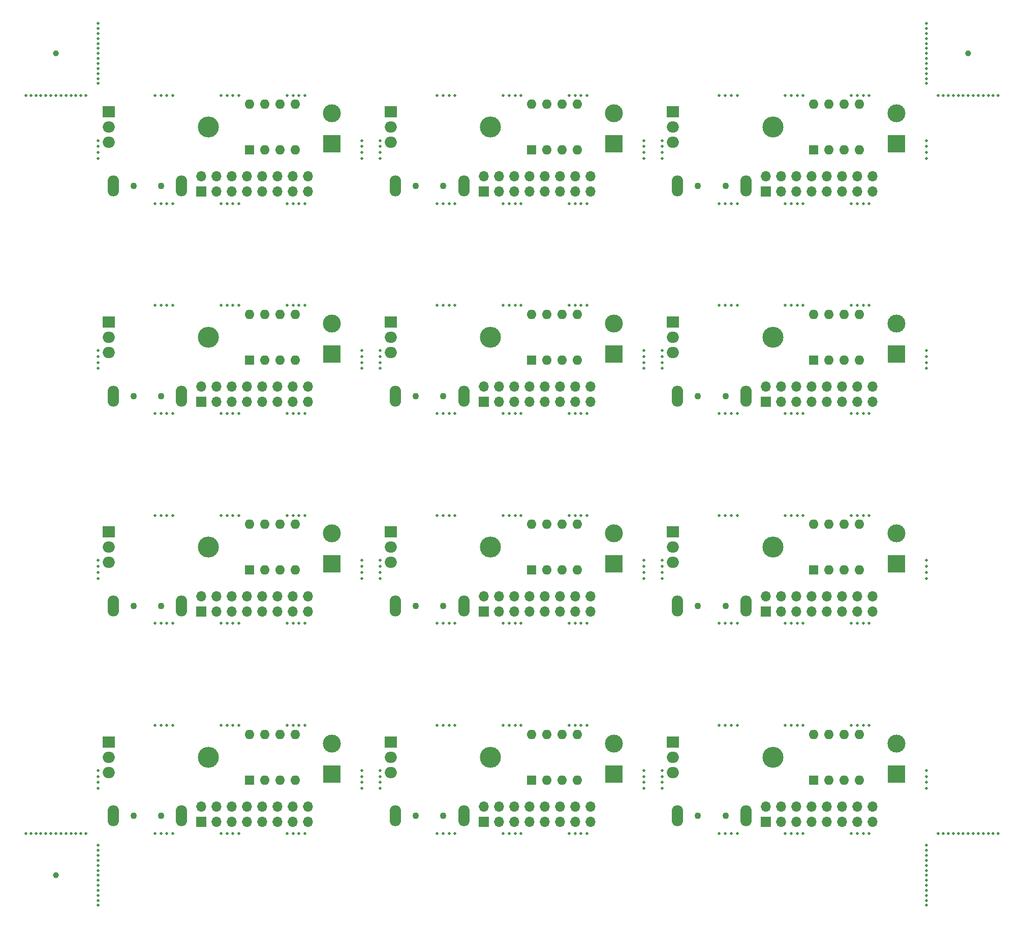
<source format=gbs>
%TF.GenerationSoftware,KiCad,Pcbnew,6.0.2*%
%TF.CreationDate,2022-03-13T21:00:17+01:00*%
%TF.ProjectId,panelized,70616e65-6c69-47a6-9564-2e6b69636164,rev?*%
%TF.SameCoordinates,Original*%
%TF.FileFunction,Soldermask,Bot*%
%TF.FilePolarity,Negative*%
%FSLAX46Y46*%
G04 Gerber Fmt 4.6, Leading zero omitted, Abs format (unit mm)*
G04 Created by KiCad (PCBNEW 6.0.2) date 2022-03-13 21:00:17*
%MOMM*%
%LPD*%
G01*
G04 APERTURE LIST*
%ADD10C,1.000000*%
%ADD11C,0.500000*%
%ADD12O,3.500000X3.500000*%
%ADD13R,2.000000X1.905000*%
%ADD14O,2.000000X1.905000*%
%ADD15C,1.100000*%
%ADD16O,1.900000X3.500000*%
%ADD17R,1.700000X1.700000*%
%ADD18O,1.700000X1.700000*%
%ADD19R,1.600000X1.600000*%
%ADD20O,1.600000X1.600000*%
%ADD21R,3.000000X3.000000*%
%ADD22C,3.000000*%
G04 APERTURE END LIST*
D10*
%TO.C,REF\u002A\u002A*%
X21000997Y-171001012D03*
%TD*%
%TO.C,REF\u002A\u002A*%
X172999010Y-33998998D03*
%TD*%
%TO.C,REF\u002A\u002A*%
X21000997Y-33998998D03*
%TD*%
D11*
%TO.C,REF\u002A\u002A*%
X28000997Y-33999498D03*
%TD*%
%TO.C,REF\u002A\u002A*%
X28000997Y-29832414D03*
%TD*%
%TO.C,REF\u002A\u002A*%
X39500497Y-58998999D03*
%TD*%
%TO.C,REF\u002A\u002A*%
X75001002Y-121500003D03*
%TD*%
%TO.C,REF\u002A\u002A*%
X133500502Y-76001002D03*
%TD*%
%TO.C,REF\u002A\u002A*%
X109499502Y-128999006D03*
%TD*%
%TO.C,REF\u002A\u002A*%
X98500002Y-58998998D03*
%TD*%
%TO.C,REF\u002A\u002A*%
X165999020Y-173500762D03*
%TD*%
%TO.C,REF\u002A\u002A*%
X24335163Y-41000998D03*
%TD*%
%TO.C,REF\u002A\u002A*%
X165999020Y-166833428D03*
%TD*%
%TO.C,REF\u002A\u002A*%
X95500002Y-41000998D03*
%TD*%
%TO.C,REF\u002A\u002A*%
X50499998Y-58998998D03*
%TD*%
%TO.C,REF\u002A\u002A*%
X59499499Y-41000999D03*
%TD*%
%TO.C,REF\u002A\u002A*%
X28000997Y-34832914D03*
%TD*%
%TO.C,REF\u002A\u002A*%
X86500501Y-128999001D03*
%TD*%
%TO.C,REF\u002A\u002A*%
X86500501Y-58998999D03*
%TD*%
%TO.C,REF\u002A\u002A*%
X122001005Y-120500003D03*
%TD*%
%TO.C,REF\u002A\u002A*%
X165999006Y-48499999D03*
%TD*%
D12*
%TO.C,U2*%
X93430004Y-116290008D03*
D13*
X76770004Y-113750008D03*
D14*
X76770004Y-116290008D03*
X76770004Y-118830008D03*
%TD*%
D11*
%TO.C,REF\u002A\u002A*%
X21834913Y-41000998D03*
%TD*%
D15*
%TO.C,J3*%
X85550004Y-161100013D03*
X80950004Y-161100013D03*
D16*
X88950004Y-161100013D03*
X77550004Y-161100013D03*
%TD*%
D11*
%TO.C,REF\u002A\u002A*%
X165999005Y-49499999D03*
%TD*%
%TO.C,REF\u002A\u002A*%
X51499998Y-163999006D03*
%TD*%
%TO.C,REF\u002A\u002A*%
X169664843Y-41000998D03*
%TD*%
%TO.C,REF\u002A\u002A*%
X122001006Y-51499999D03*
%TD*%
%TO.C,REF\u002A\u002A*%
X71998998Y-49499999D03*
%TD*%
%TO.C,REF\u002A\u002A*%
X84500501Y-128999001D03*
%TD*%
%TO.C,REF\u002A\u002A*%
X28000997Y-168500262D03*
%TD*%
%TO.C,REF\u002A\u002A*%
X98500002Y-76001001D03*
%TD*%
D15*
%TO.C,J3*%
X33949997Y-91100003D03*
X38549997Y-91100003D03*
D16*
X41949997Y-91100003D03*
X30549997Y-91100003D03*
%TD*%
D11*
%TO.C,REF\u002A\u002A*%
X51499998Y-93999001D03*
%TD*%
%TO.C,REF\u002A\u002A*%
X165999005Y-84500001D03*
%TD*%
%TO.C,REF\u002A\u002A*%
X97500002Y-76001001D03*
%TD*%
%TO.C,REF\u002A\u002A*%
X118999002Y-84500001D03*
%TD*%
%TO.C,REF\u002A\u002A*%
X38500497Y-76001002D03*
%TD*%
D12*
%TO.C,U2*%
X46429997Y-151290013D03*
D13*
X29769997Y-148750013D03*
D14*
X29769997Y-151290013D03*
X29769997Y-153830013D03*
%TD*%
D11*
%TO.C,REF\u002A\u002A*%
X28000997Y-171833928D03*
%TD*%
%TO.C,REF\u002A\u002A*%
X153499508Y-76001000D03*
%TD*%
%TO.C,REF\u002A\u002A*%
X39500497Y-111001006D03*
%TD*%
%TO.C,REF\u002A\u002A*%
X154499508Y-93999002D03*
%TD*%
%TO.C,REF\u002A\u002A*%
X28000997Y-166833428D03*
%TD*%
%TO.C,REF\u002A\u002A*%
X86500501Y-146001010D03*
%TD*%
%TO.C,REF\u002A\u002A*%
X155499508Y-76001000D03*
%TD*%
%TO.C,REF\u002A\u002A*%
X143500005Y-41000998D03*
%TD*%
%TO.C,REF\u002A\u002A*%
X133500502Y-58998999D03*
%TD*%
%TO.C,REF\u002A\u002A*%
X175498760Y-163999015D03*
%TD*%
%TO.C,REF\u002A\u002A*%
X50499998Y-93999001D03*
%TD*%
%TO.C,REF\u002A\u002A*%
X85500501Y-146001010D03*
%TD*%
%TO.C,REF\u002A\u002A*%
X28000997Y-33166081D03*
%TD*%
%TO.C,REF\u002A\u002A*%
X131500502Y-58998999D03*
%TD*%
D17*
%TO.C,J1*%
X45249997Y-92045003D03*
D18*
X45249997Y-89505003D03*
X47789997Y-92045003D03*
X47789997Y-89505003D03*
X50329997Y-92045003D03*
X50329997Y-89505003D03*
X52869997Y-92045003D03*
X52869997Y-89505003D03*
X55409997Y-92045003D03*
X55409997Y-89505003D03*
X57949997Y-92045003D03*
X57949997Y-89505003D03*
X60489997Y-92045003D03*
X60489997Y-89505003D03*
X63029997Y-92045003D03*
X63029997Y-89505003D03*
%TD*%
D11*
%TO.C,REF\u002A\u002A*%
X62499499Y-163999010D03*
%TD*%
%TO.C,REF\u002A\u002A*%
X95500002Y-146001007D03*
%TD*%
%TO.C,REF\u002A\u002A*%
X28000997Y-30665831D03*
%TD*%
%TO.C,REF\u002A\u002A*%
X122001004Y-83500001D03*
%TD*%
%TO.C,REF\u002A\u002A*%
X28000998Y-120500003D03*
%TD*%
D17*
%TO.C,J1*%
X92250004Y-127045008D03*
D18*
X92250004Y-124505008D03*
X94790004Y-127045008D03*
X94790004Y-124505008D03*
X97330004Y-127045008D03*
X97330004Y-124505008D03*
X99870004Y-127045008D03*
X99870004Y-124505008D03*
X102410004Y-127045008D03*
X102410004Y-124505008D03*
X104950004Y-127045008D03*
X104950004Y-124505008D03*
X107490004Y-127045008D03*
X107490004Y-124505008D03*
X110030004Y-127045008D03*
X110030004Y-124505008D03*
%TD*%
D11*
%TO.C,REF\u002A\u002A*%
X118999002Y-83500001D03*
%TD*%
%TO.C,REF\u002A\u002A*%
X145500005Y-76001001D03*
%TD*%
%TO.C,REF\u002A\u002A*%
X95500002Y-111001004D03*
%TD*%
%TO.C,REF\u002A\u002A*%
X28000998Y-155500006D03*
%TD*%
%TO.C,REF\u002A\u002A*%
X61499499Y-93999002D03*
%TD*%
%TO.C,REF\u002A\u002A*%
X39500497Y-76001002D03*
%TD*%
D19*
%TO.C,U1*%
X147247011Y-85093003D03*
D20*
X149787011Y-85093003D03*
X152327011Y-85093003D03*
X154867011Y-85093003D03*
X154867011Y-77473003D03*
X152327011Y-77473003D03*
X149787011Y-77473003D03*
X147247011Y-77473003D03*
%TD*%
D11*
%TO.C,REF\u002A\u002A*%
X165999020Y-34832914D03*
%TD*%
%TO.C,REF\u002A\u002A*%
X134500502Y-163999003D03*
%TD*%
%TO.C,REF\u002A\u002A*%
X172165093Y-41000998D03*
%TD*%
%TO.C,REF\u002A\u002A*%
X144500005Y-146001006D03*
%TD*%
%TO.C,REF\u002A\u002A*%
X122001005Y-154500006D03*
%TD*%
D15*
%TO.C,J3*%
X85550004Y-56099998D03*
X80950004Y-56099998D03*
D16*
X77550004Y-56099998D03*
X88950004Y-56099998D03*
%TD*%
D11*
%TO.C,REF\u002A\u002A*%
X165999006Y-153500006D03*
%TD*%
%TO.C,REF\u002A\u002A*%
X86500501Y-163999002D03*
%TD*%
%TO.C,REF\u002A\u002A*%
X143500005Y-111001004D03*
%TD*%
%TO.C,REF\u002A\u002A*%
X38500497Y-146001010D03*
%TD*%
%TO.C,REF\u002A\u002A*%
X71998998Y-50499999D03*
%TD*%
%TO.C,REF\u002A\u002A*%
X156499508Y-163999010D03*
%TD*%
%TO.C,REF\u002A\u002A*%
X50499998Y-128999004D03*
%TD*%
%TO.C,REF\u002A\u002A*%
X28000997Y-173500762D03*
%TD*%
%TO.C,REF\u002A\u002A*%
X122001005Y-155500006D03*
%TD*%
%TO.C,REF\u002A\u002A*%
X168831426Y-41000998D03*
%TD*%
%TO.C,REF\u002A\u002A*%
X170498260Y-163999015D03*
%TD*%
%TO.C,REF\u002A\u002A*%
X98500002Y-41000999D03*
%TD*%
%TO.C,REF\u002A\u002A*%
X171331676Y-163999015D03*
%TD*%
%TO.C,REF\u002A\u002A*%
X165999020Y-174334178D03*
%TD*%
D17*
%TO.C,J1*%
X92250004Y-162045013D03*
D18*
X92250004Y-159505013D03*
X94790004Y-162045013D03*
X94790004Y-159505013D03*
X97330004Y-162045013D03*
X97330004Y-159505013D03*
X99870004Y-162045013D03*
X99870004Y-159505013D03*
X102410004Y-162045013D03*
X102410004Y-159505013D03*
X104950004Y-162045013D03*
X104950004Y-159505013D03*
X107490004Y-162045013D03*
X107490004Y-159505013D03*
X110030004Y-162045013D03*
X110030004Y-159505013D03*
%TD*%
D11*
%TO.C,REF\u002A\u002A*%
X174665343Y-163999015D03*
%TD*%
%TO.C,REF\u002A\u002A*%
X26001997Y-163999015D03*
%TD*%
%TO.C,REF\u002A\u002A*%
X40500497Y-41000998D03*
%TD*%
%TO.C,REF\u002A\u002A*%
X84500501Y-163999002D03*
%TD*%
%TO.C,REF\u002A\u002A*%
X28000997Y-172667345D03*
%TD*%
%TO.C,REF\u002A\u002A*%
X62499499Y-146001002D03*
%TD*%
%TO.C,REF\u002A\u002A*%
X154499508Y-76001000D03*
%TD*%
%TO.C,REF\u002A\u002A*%
X143500005Y-146001006D03*
%TD*%
D21*
%TO.C,J2*%
X66999997Y-154080013D03*
D22*
X66999997Y-149000013D03*
%TD*%
D11*
%TO.C,REF\u002A\u002A*%
X61499499Y-146001002D03*
%TD*%
%TO.C,REF\u002A\u002A*%
X165999020Y-169333678D03*
%TD*%
%TO.C,REF\u002A\u002A*%
X38500497Y-111001006D03*
%TD*%
%TO.C,REF\u002A\u002A*%
X98500002Y-93999001D03*
%TD*%
%TO.C,REF\u002A\u002A*%
X134500502Y-111001005D03*
%TD*%
%TO.C,REF\u002A\u002A*%
X118999001Y-85500001D03*
%TD*%
%TO.C,REF\u002A\u002A*%
X49499998Y-146001006D03*
%TD*%
%TO.C,REF\u002A\u002A*%
X106499502Y-58998998D03*
%TD*%
D17*
%TO.C,J1*%
X45249997Y-127045008D03*
D18*
X45249997Y-124505008D03*
X47789997Y-127045008D03*
X47789997Y-124505008D03*
X50329997Y-127045008D03*
X50329997Y-124505008D03*
X52869997Y-127045008D03*
X52869997Y-124505008D03*
X55409997Y-127045008D03*
X55409997Y-124505008D03*
X57949997Y-127045008D03*
X57949997Y-124505008D03*
X60489997Y-127045008D03*
X60489997Y-124505008D03*
X63029997Y-127045008D03*
X63029997Y-124505008D03*
%TD*%
D11*
%TO.C,REF\u002A\u002A*%
X60499499Y-111001001D03*
%TD*%
%TO.C,REF\u002A\u002A*%
X75001001Y-83500001D03*
%TD*%
%TO.C,REF\u002A\u002A*%
X59499499Y-58998998D03*
%TD*%
%TO.C,REF\u002A\u002A*%
X85500501Y-76001002D03*
%TD*%
%TO.C,REF\u002A\u002A*%
X48499998Y-163999005D03*
%TD*%
%TO.C,REF\u002A\u002A*%
X39500497Y-41000998D03*
%TD*%
%TO.C,REF\u002A\u002A*%
X60499499Y-93999002D03*
%TD*%
%TO.C,REF\u002A\u002A*%
X86500501Y-111001006D03*
%TD*%
%TO.C,REF\u002A\u002A*%
X154499508Y-163999009D03*
%TD*%
%TO.C,REF\u002A\u002A*%
X71998998Y-86500001D03*
%TD*%
%TO.C,REF\u002A\u002A*%
X106499502Y-76001000D03*
%TD*%
%TO.C,REF\u002A\u002A*%
X165999020Y-31499248D03*
%TD*%
%TO.C,REF\u002A\u002A*%
X95500002Y-58998999D03*
%TD*%
%TO.C,REF\u002A\u002A*%
X165999020Y-170167095D03*
%TD*%
%TO.C,REF\u002A\u002A*%
X168831426Y-163999015D03*
%TD*%
%TO.C,REF\u002A\u002A*%
X96500002Y-128999003D03*
%TD*%
D19*
%TO.C,U1*%
X53246997Y-120093008D03*
D20*
X55786997Y-120093008D03*
X58326997Y-120093008D03*
X60866997Y-120093008D03*
X60866997Y-112473008D03*
X58326997Y-112473008D03*
X55786997Y-112473008D03*
X53246997Y-112473008D03*
%TD*%
D11*
%TO.C,REF\u002A\u002A*%
X49499998Y-41000998D03*
%TD*%
%TO.C,REF\u002A\u002A*%
X98500002Y-163999006D03*
%TD*%
%TO.C,REF\u002A\u002A*%
X71998998Y-154500006D03*
%TD*%
%TO.C,REF\u002A\u002A*%
X49499998Y-163999006D03*
%TD*%
%TO.C,REF\u002A\u002A*%
X75001002Y-50499999D03*
%TD*%
%TO.C,REF\u002A\u002A*%
X71998998Y-118500003D03*
%TD*%
D21*
%TO.C,J2*%
X161000011Y-119080008D03*
D22*
X161000011Y-114000008D03*
%TD*%
D11*
%TO.C,REF\u002A\u002A*%
X98500002Y-111001003D03*
%TD*%
%TO.C,REF\u002A\u002A*%
X61499499Y-128999006D03*
%TD*%
%TO.C,REF\u002A\u002A*%
X165999005Y-119500003D03*
%TD*%
%TO.C,REF\u002A\u002A*%
X132500502Y-111001006D03*
%TD*%
%TO.C,REF\u002A\u002A*%
X122001005Y-84500001D03*
%TD*%
%TO.C,REF\u002A\u002A*%
X86500501Y-93999000D03*
%TD*%
%TO.C,REF\u002A\u002A*%
X50499998Y-41000999D03*
%TD*%
%TO.C,REF\u002A\u002A*%
X165999020Y-175167595D03*
%TD*%
%TO.C,REF\u002A\u002A*%
X106499502Y-111001002D03*
%TD*%
%TO.C,REF\u002A\u002A*%
X122001005Y-50499999D03*
%TD*%
%TO.C,REF\u002A\u002A*%
X156499508Y-76001000D03*
%TD*%
%TO.C,REF\u002A\u002A*%
X118999001Y-120500003D03*
%TD*%
%TO.C,REF\u002A\u002A*%
X17667830Y-163999015D03*
%TD*%
%TO.C,REF\u002A\u002A*%
X51499998Y-111001003D03*
%TD*%
%TO.C,REF\u002A\u002A*%
X87500501Y-128999002D03*
%TD*%
%TO.C,REF\u002A\u002A*%
X71998998Y-153500006D03*
%TD*%
%TO.C,REF\u002A\u002A*%
X131500502Y-76001002D03*
%TD*%
%TO.C,REF\u002A\u002A*%
X156499508Y-146001002D03*
%TD*%
%TO.C,REF\u002A\u002A*%
X71998998Y-156500006D03*
%TD*%
%TO.C,REF\u002A\u002A*%
X107499502Y-58998998D03*
%TD*%
%TO.C,REF\u002A\u002A*%
X28000998Y-86500001D03*
%TD*%
%TO.C,REF\u002A\u002A*%
X28000997Y-35666331D03*
%TD*%
%TO.C,REF\u002A\u002A*%
X153499508Y-58998998D03*
%TD*%
D12*
%TO.C,U2*%
X46429997Y-81290003D03*
D13*
X29769997Y-78750003D03*
D14*
X29769997Y-81290003D03*
X29769997Y-83830003D03*
%TD*%
D11*
%TO.C,REF\u002A\u002A*%
X143500005Y-58998999D03*
%TD*%
%TO.C,REF\u002A\u002A*%
X97500002Y-58998998D03*
%TD*%
%TO.C,REF\u002A\u002A*%
X165999020Y-33166081D03*
%TD*%
%TO.C,REF\u002A\u002A*%
X40500497Y-146001009D03*
%TD*%
%TO.C,REF\u002A\u002A*%
X84500501Y-41000998D03*
%TD*%
%TO.C,REF\u002A\u002A*%
X28000998Y-118500003D03*
%TD*%
%TO.C,REF\u002A\u002A*%
X106499502Y-163999009D03*
%TD*%
%TO.C,REF\u002A\u002A*%
X61499499Y-76001000D03*
%TD*%
%TO.C,REF\u002A\u002A*%
X165999006Y-118500003D03*
%TD*%
%TO.C,REF\u002A\u002A*%
X28000997Y-166000012D03*
%TD*%
%TO.C,REF\u002A\u002A*%
X75001002Y-86500001D03*
%TD*%
%TO.C,REF\u002A\u002A*%
X16834413Y-163999015D03*
%TD*%
%TO.C,REF\u002A\u002A*%
X155499508Y-41000999D03*
%TD*%
%TO.C,REF\u002A\u002A*%
X118999001Y-121500003D03*
%TD*%
%TO.C,REF\u002A\u002A*%
X62499499Y-58998998D03*
%TD*%
%TO.C,REF\u002A\u002A*%
X165999020Y-36499748D03*
%TD*%
%TO.C,REF\u002A\u002A*%
X48499998Y-76001001D03*
%TD*%
%TO.C,REF\u002A\u002A*%
X108499502Y-76001000D03*
%TD*%
%TO.C,REF\u002A\u002A*%
X165999020Y-29832414D03*
%TD*%
%TO.C,REF\u002A\u002A*%
X71998998Y-51499999D03*
%TD*%
%TO.C,REF\u002A\u002A*%
X59499499Y-163999009D03*
%TD*%
%TO.C,REF\u002A\u002A*%
X165999020Y-171833928D03*
%TD*%
%TO.C,REF\u002A\u002A*%
X142500005Y-41000998D03*
%TD*%
%TO.C,REF\u002A\u002A*%
X48499998Y-111001004D03*
%TD*%
D12*
%TO.C,U2*%
X93430004Y-46289998D03*
D13*
X76770004Y-43749998D03*
D14*
X76770004Y-46289998D03*
X76770004Y-48829998D03*
%TD*%
D21*
%TO.C,J2*%
X66999997Y-119080008D03*
D22*
X66999997Y-114000008D03*
%TD*%
D12*
%TO.C,U2*%
X140430011Y-151290013D03*
D13*
X123770011Y-148750013D03*
D14*
X123770011Y-151290013D03*
X123770011Y-153830013D03*
%TD*%
D11*
%TO.C,REF\u002A\u002A*%
X109499502Y-146001002D03*
%TD*%
%TO.C,REF\u002A\u002A*%
X131500502Y-41000998D03*
%TD*%
%TO.C,REF\u002A\u002A*%
X97500002Y-93999001D03*
%TD*%
%TO.C,REF\u002A\u002A*%
X85500501Y-93999000D03*
%TD*%
%TO.C,REF\u002A\u002A*%
X165999005Y-85500001D03*
%TD*%
%TO.C,REF\u002A\u002A*%
X28000998Y-156500006D03*
%TD*%
%TO.C,REF\u002A\u002A*%
X165999020Y-171000512D03*
%TD*%
%TO.C,REF\u002A\u002A*%
X85500501Y-163999002D03*
%TD*%
%TO.C,REF\u002A\u002A*%
X28000998Y-49499999D03*
%TD*%
%TO.C,REF\u002A\u002A*%
X108499502Y-146001002D03*
%TD*%
%TO.C,REF\u002A\u002A*%
X28000997Y-38166581D03*
%TD*%
%TO.C,REF\u002A\u002A*%
X75001001Y-48499999D03*
%TD*%
%TO.C,REF\u002A\u002A*%
X96500002Y-76001001D03*
%TD*%
%TO.C,REF\u002A\u002A*%
X118999001Y-156500006D03*
%TD*%
%TO.C,REF\u002A\u002A*%
X165999020Y-35666331D03*
%TD*%
%TO.C,REF\u002A\u002A*%
X144500005Y-93999001D03*
%TD*%
D19*
%TO.C,U1*%
X147247011Y-50092998D03*
D20*
X149787011Y-50092998D03*
X152327011Y-50092998D03*
X154867011Y-50092998D03*
X154867011Y-42472998D03*
X152327011Y-42472998D03*
X149787011Y-42472998D03*
X147247011Y-42472998D03*
%TD*%
D21*
%TO.C,J2*%
X66999997Y-84080003D03*
D22*
X66999997Y-79000003D03*
%TD*%
D11*
%TO.C,REF\u002A\u002A*%
X26001997Y-41000998D03*
%TD*%
%TO.C,REF\u002A\u002A*%
X28000998Y-48499999D03*
%TD*%
%TO.C,REF\u002A\u002A*%
X156499508Y-111001001D03*
%TD*%
%TO.C,REF\u002A\u002A*%
X59499499Y-128999005D03*
%TD*%
%TO.C,REF\u002A\u002A*%
X122001005Y-85500001D03*
%TD*%
%TO.C,REF\u002A\u002A*%
X165999020Y-176001012D03*
%TD*%
D19*
%TO.C,U1*%
X100247004Y-155093013D03*
D20*
X102787004Y-155093013D03*
X105327004Y-155093013D03*
X107867004Y-155093013D03*
X107867004Y-147473013D03*
X105327004Y-147473013D03*
X102787004Y-147473013D03*
X100247004Y-147473013D03*
%TD*%
D11*
%TO.C,REF\u002A\u002A*%
X176332176Y-41000998D03*
%TD*%
D17*
%TO.C,J1*%
X139250011Y-57044998D03*
D18*
X139250011Y-54504998D03*
X141790011Y-57044998D03*
X141790011Y-54504998D03*
X144330011Y-57044998D03*
X144330011Y-54504998D03*
X146870011Y-57044998D03*
X146870011Y-54504998D03*
X149410011Y-57044998D03*
X149410011Y-54504998D03*
X151950011Y-57044998D03*
X151950011Y-54504998D03*
X154490011Y-57044998D03*
X154490011Y-54504998D03*
X157030011Y-57044998D03*
X157030011Y-54504998D03*
%TD*%
D11*
%TO.C,REF\u002A\u002A*%
X144500005Y-111001003D03*
%TD*%
%TO.C,REF\u002A\u002A*%
X122001006Y-156500006D03*
%TD*%
%TO.C,REF\u002A\u002A*%
X84500501Y-111001006D03*
%TD*%
%TO.C,REF\u002A\u002A*%
X37500497Y-76001002D03*
%TD*%
%TO.C,REF\u002A\u002A*%
X131500502Y-93999000D03*
%TD*%
%TO.C,REF\u002A\u002A*%
X154499508Y-41000999D03*
%TD*%
D15*
%TO.C,J3*%
X33949997Y-161100013D03*
X38549997Y-161100013D03*
D16*
X30549997Y-161100013D03*
X41949997Y-161100013D03*
%TD*%
D11*
%TO.C,REF\u002A\u002A*%
X50499998Y-76001001D03*
%TD*%
%TO.C,REF\u002A\u002A*%
X131500502Y-146001010D03*
%TD*%
D19*
%TO.C,U1*%
X100247004Y-50092998D03*
D20*
X102787004Y-50092998D03*
X105327004Y-50092998D03*
X107867004Y-50092998D03*
X107867004Y-42472998D03*
X105327004Y-42472998D03*
X102787004Y-42472998D03*
X100247004Y-42472998D03*
%TD*%
D11*
%TO.C,REF\u002A\u002A*%
X118999002Y-118500003D03*
%TD*%
%TO.C,REF\u002A\u002A*%
X155499508Y-58998998D03*
%TD*%
%TO.C,REF\u002A\u002A*%
X48499998Y-93999001D03*
%TD*%
D21*
%TO.C,J2*%
X161000011Y-49079998D03*
D22*
X161000011Y-43999998D03*
%TD*%
D11*
%TO.C,REF\u002A\u002A*%
X75001001Y-119500003D03*
%TD*%
%TO.C,REF\u002A\u002A*%
X144500005Y-76001001D03*
%TD*%
%TO.C,REF\u002A\u002A*%
X21834913Y-163999015D03*
%TD*%
%TO.C,REF\u002A\u002A*%
X143500005Y-163999006D03*
%TD*%
%TO.C,REF\u002A\u002A*%
X62499499Y-93999002D03*
%TD*%
%TO.C,REF\u002A\u002A*%
X40500497Y-111001005D03*
%TD*%
D12*
%TO.C,U2*%
X140430011Y-81290003D03*
D13*
X123770011Y-78750003D03*
D14*
X123770011Y-81290003D03*
X123770011Y-83830003D03*
%TD*%
D11*
%TO.C,REF\u002A\u002A*%
X95500002Y-163999005D03*
%TD*%
D15*
%TO.C,J3*%
X38549997Y-56099998D03*
X33949997Y-56099998D03*
D16*
X30549997Y-56099998D03*
X41949997Y-56099998D03*
%TD*%
D21*
%TO.C,J2*%
X161000011Y-154080013D03*
D22*
X161000011Y-149000013D03*
%TD*%
D11*
%TO.C,REF\u002A\u002A*%
X108499502Y-41000999D03*
%TD*%
%TO.C,REF\u002A\u002A*%
X142500005Y-93999001D03*
%TD*%
%TO.C,REF\u002A\u002A*%
X16000997Y-41000998D03*
%TD*%
%TO.C,REF\u002A\u002A*%
X28000997Y-170167095D03*
%TD*%
%TO.C,REF\u002A\u002A*%
X71998998Y-84500001D03*
%TD*%
%TO.C,REF\u002A\u002A*%
X50499998Y-146001006D03*
%TD*%
%TO.C,REF\u002A\u002A*%
X134500502Y-128999002D03*
%TD*%
D21*
%TO.C,J2*%
X114000004Y-49079998D03*
D22*
X114000004Y-43999998D03*
%TD*%
D11*
%TO.C,REF\u002A\u002A*%
X19334663Y-163999015D03*
%TD*%
%TO.C,REF\u002A\u002A*%
X49499998Y-111001004D03*
%TD*%
%TO.C,REF\u002A\u002A*%
X75001001Y-154500006D03*
%TD*%
%TO.C,REF\u002A\u002A*%
X51499998Y-58998998D03*
%TD*%
%TO.C,REF\u002A\u002A*%
X177165593Y-163999015D03*
%TD*%
%TO.C,REF\u002A\u002A*%
X107499502Y-93999002D03*
%TD*%
%TO.C,REF\u002A\u002A*%
X38500497Y-128999001D03*
%TD*%
D15*
%TO.C,J3*%
X132550011Y-126100008D03*
X127950011Y-126100008D03*
D16*
X135950011Y-126100008D03*
X124550011Y-126100008D03*
%TD*%
D11*
%TO.C,REF\u002A\u002A*%
X60499499Y-41000999D03*
%TD*%
%TO.C,REF\u002A\u002A*%
X51499998Y-128999004D03*
%TD*%
%TO.C,REF\u002A\u002A*%
X95500002Y-128999003D03*
%TD*%
%TO.C,REF\u002A\u002A*%
X28000997Y-32332664D03*
%TD*%
%TO.C,REF\u002A\u002A*%
X118999002Y-154500006D03*
%TD*%
%TO.C,REF\u002A\u002A*%
X84500501Y-146001010D03*
%TD*%
%TO.C,REF\u002A\u002A*%
X23501747Y-163999015D03*
%TD*%
%TO.C,REF\u002A\u002A*%
X37500497Y-163999002D03*
%TD*%
%TO.C,REF\u002A\u002A*%
X156499508Y-41000999D03*
%TD*%
%TO.C,REF\u002A\u002A*%
X28000998Y-50499999D03*
%TD*%
%TO.C,REF\u002A\u002A*%
X40500497Y-163999003D03*
%TD*%
%TO.C,REF\u002A\u002A*%
X107499502Y-146001003D03*
%TD*%
%TO.C,REF\u002A\u002A*%
X48499998Y-41000998D03*
%TD*%
%TO.C,REF\u002A\u002A*%
X71998998Y-155500006D03*
%TD*%
%TO.C,REF\u002A\u002A*%
X37500497Y-93999000D03*
%TD*%
%TO.C,REF\u002A\u002A*%
X134500502Y-41000998D03*
%TD*%
%TO.C,REF\u002A\u002A*%
X75001001Y-118500003D03*
%TD*%
%TO.C,REF\u002A\u002A*%
X153499508Y-128999005D03*
%TD*%
%TO.C,REF\u002A\u002A*%
X145500005Y-58998998D03*
%TD*%
D17*
%TO.C,J1*%
X139250011Y-162045013D03*
D18*
X139250011Y-159505013D03*
X141790011Y-162045013D03*
X141790011Y-159505013D03*
X144330011Y-162045013D03*
X144330011Y-159505013D03*
X146870011Y-162045013D03*
X146870011Y-159505013D03*
X149410011Y-162045013D03*
X149410011Y-159505013D03*
X151950011Y-162045013D03*
X151950011Y-159505013D03*
X154490011Y-162045013D03*
X154490011Y-159505013D03*
X157030011Y-162045013D03*
X157030011Y-159505013D03*
%TD*%
D11*
%TO.C,REF\u002A\u002A*%
X165999004Y-156500006D03*
%TD*%
%TO.C,REF\u002A\u002A*%
X71998998Y-85500001D03*
%TD*%
%TO.C,REF\u002A\u002A*%
X132500502Y-128999001D03*
%TD*%
%TO.C,REF\u002A\u002A*%
X108499502Y-111001001D03*
%TD*%
%TO.C,REF\u002A\u002A*%
X165999020Y-33999498D03*
%TD*%
D12*
%TO.C,U2*%
X140430011Y-116290008D03*
D13*
X123770011Y-113750008D03*
D14*
X123770011Y-116290008D03*
X123770011Y-118830008D03*
%TD*%
D11*
%TO.C,REF\u002A\u002A*%
X37500497Y-58998999D03*
%TD*%
%TO.C,REF\u002A\u002A*%
X175498760Y-41000998D03*
%TD*%
D19*
%TO.C,U1*%
X53246997Y-155093013D03*
D20*
X55786997Y-155093013D03*
X58326997Y-155093013D03*
X60866997Y-155093013D03*
X60866997Y-147473013D03*
X58326997Y-147473013D03*
X55786997Y-147473013D03*
X53246997Y-147473013D03*
%TD*%
D11*
%TO.C,REF\u002A\u002A*%
X177999010Y-163999015D03*
%TD*%
D19*
%TO.C,U1*%
X100247004Y-120093008D03*
D20*
X102787004Y-120093008D03*
X105327004Y-120093008D03*
X107867004Y-120093008D03*
X107867004Y-112473008D03*
X105327004Y-112473008D03*
X102787004Y-112473008D03*
X100247004Y-112473008D03*
%TD*%
D19*
%TO.C,U1*%
X147247011Y-155093013D03*
D20*
X149787011Y-155093013D03*
X152327011Y-155093013D03*
X154867011Y-155093013D03*
X154867011Y-147473013D03*
X152327011Y-147473013D03*
X149787011Y-147473013D03*
X147247011Y-147473013D03*
%TD*%
D11*
%TO.C,REF\u002A\u002A*%
X61499499Y-111001001D03*
%TD*%
%TO.C,REF\u002A\u002A*%
X28000998Y-119500003D03*
%TD*%
%TO.C,REF\u002A\u002A*%
X85500501Y-58998999D03*
%TD*%
%TO.C,REF\u002A\u002A*%
X145500005Y-163999006D03*
%TD*%
D15*
%TO.C,J3*%
X127950011Y-56099998D03*
X132550011Y-56099998D03*
D16*
X135950011Y-56099998D03*
X124550011Y-56099998D03*
%TD*%
D11*
%TO.C,REF\u002A\u002A*%
X143500005Y-128999003D03*
%TD*%
%TO.C,REF\u002A\u002A*%
X133500502Y-146001010D03*
%TD*%
%TO.C,REF\u002A\u002A*%
X165999004Y-121500003D03*
%TD*%
%TO.C,REF\u002A\u002A*%
X155499508Y-146001002D03*
%TD*%
%TO.C,REF\u002A\u002A*%
X165999005Y-154500006D03*
%TD*%
%TO.C,REF\u002A\u002A*%
X165999020Y-166000012D03*
%TD*%
%TO.C,REF\u002A\u002A*%
X97500002Y-128999004D03*
%TD*%
%TO.C,REF\u002A\u002A*%
X85500501Y-41000998D03*
%TD*%
%TO.C,REF\u002A\u002A*%
X122001004Y-118500003D03*
%TD*%
%TO.C,REF\u002A\u002A*%
X107499502Y-76001000D03*
%TD*%
%TO.C,REF\u002A\u002A*%
X131500502Y-128999001D03*
%TD*%
%TO.C,REF\u002A\u002A*%
X109499502Y-93999002D03*
%TD*%
%TO.C,REF\u002A\u002A*%
X118999001Y-155500006D03*
%TD*%
D21*
%TO.C,J2*%
X114000004Y-154080013D03*
D22*
X114000004Y-149000013D03*
%TD*%
D11*
%TO.C,REF\u002A\u002A*%
X107499502Y-128999006D03*
%TD*%
%TO.C,REF\u002A\u002A*%
X96500002Y-58998999D03*
%TD*%
%TO.C,REF\u002A\u002A*%
X59499499Y-111001002D03*
%TD*%
D17*
%TO.C,J1*%
X139250011Y-92045003D03*
D18*
X139250011Y-89505003D03*
X141790011Y-92045003D03*
X141790011Y-89505003D03*
X144330011Y-92045003D03*
X144330011Y-89505003D03*
X146870011Y-92045003D03*
X146870011Y-89505003D03*
X149410011Y-92045003D03*
X149410011Y-89505003D03*
X151950011Y-92045003D03*
X151950011Y-89505003D03*
X154490011Y-92045003D03*
X154490011Y-89505003D03*
X157030011Y-92045003D03*
X157030011Y-89505003D03*
%TD*%
D11*
%TO.C,REF\u002A\u002A*%
X28000997Y-169333678D03*
%TD*%
%TO.C,REF\u002A\u002A*%
X49499998Y-128999003D03*
%TD*%
%TO.C,REF\u002A\u002A*%
X20168080Y-41000998D03*
%TD*%
%TO.C,REF\u002A\u002A*%
X109499502Y-58998998D03*
%TD*%
%TO.C,REF\u002A\u002A*%
X95500002Y-76001001D03*
%TD*%
%TO.C,REF\u002A\u002A*%
X24335163Y-163999015D03*
%TD*%
%TO.C,REF\u002A\u002A*%
X106499502Y-41000999D03*
%TD*%
%TO.C,REF\u002A\u002A*%
X25168580Y-163999015D03*
%TD*%
%TO.C,REF\u002A\u002A*%
X145500005Y-146001006D03*
%TD*%
%TO.C,REF\u002A\u002A*%
X155499508Y-163999010D03*
%TD*%
%TO.C,REF\u002A\u002A*%
X142500005Y-128999003D03*
%TD*%
%TO.C,REF\u002A\u002A*%
X118999002Y-49499999D03*
%TD*%
%TO.C,REF\u002A\u002A*%
X75001002Y-120500003D03*
%TD*%
%TO.C,REF\u002A\u002A*%
X122001004Y-153500006D03*
%TD*%
%TO.C,REF\u002A\u002A*%
X165999005Y-155500006D03*
%TD*%
%TO.C,REF\u002A\u002A*%
X20168080Y-163999015D03*
%TD*%
%TO.C,REF\u002A\u002A*%
X28000997Y-174334178D03*
%TD*%
%TO.C,REF\u002A\u002A*%
X59499499Y-93999002D03*
%TD*%
%TO.C,REF\u002A\u002A*%
X118999002Y-119500003D03*
%TD*%
%TO.C,REF\u002A\u002A*%
X71998998Y-120500003D03*
%TD*%
%TO.C,REF\u002A\u002A*%
X87500501Y-111001005D03*
%TD*%
%TO.C,REF\u002A\u002A*%
X167998010Y-41000998D03*
%TD*%
D12*
%TO.C,U2*%
X46429997Y-116290008D03*
D13*
X29769997Y-113750008D03*
D14*
X29769997Y-116290008D03*
X29769997Y-118830008D03*
%TD*%
D11*
%TO.C,REF\u002A\u002A*%
X144500005Y-163999006D03*
%TD*%
D15*
%TO.C,J3*%
X127950011Y-161100013D03*
X132550011Y-161100013D03*
D16*
X135950011Y-161100013D03*
X124550011Y-161100013D03*
%TD*%
D11*
%TO.C,REF\u002A\u002A*%
X84500501Y-76001002D03*
%TD*%
%TO.C,REF\u002A\u002A*%
X96500002Y-163999006D03*
%TD*%
%TO.C,REF\u002A\u002A*%
X118999002Y-153500006D03*
%TD*%
%TO.C,REF\u002A\u002A*%
X87500501Y-146001009D03*
%TD*%
%TO.C,REF\u002A\u002A*%
X165999006Y-83500001D03*
%TD*%
%TO.C,REF\u002A\u002A*%
X172165093Y-163999015D03*
%TD*%
%TO.C,REF\u002A\u002A*%
X131500502Y-111001006D03*
%TD*%
%TO.C,REF\u002A\u002A*%
X39500497Y-128999001D03*
%TD*%
%TO.C,REF\u002A\u002A*%
X17667830Y-41000998D03*
%TD*%
%TO.C,REF\u002A\u002A*%
X75001002Y-155500006D03*
%TD*%
%TO.C,REF\u002A\u002A*%
X165999020Y-172667345D03*
%TD*%
%TO.C,REF\u002A\u002A*%
X108499502Y-58998998D03*
%TD*%
%TO.C,REF\u002A\u002A*%
X40500497Y-128999002D03*
%TD*%
%TO.C,REF\u002A\u002A*%
X28000998Y-153500006D03*
%TD*%
%TO.C,REF\u002A\u002A*%
X84500501Y-93999000D03*
%TD*%
%TO.C,REF\u002A\u002A*%
X153499508Y-146001003D03*
%TD*%
%TO.C,REF\u002A\u002A*%
X122001004Y-48499999D03*
%TD*%
%TO.C,REF\u002A\u002A*%
X165999020Y-38166581D03*
%TD*%
%TO.C,REF\u002A\u002A*%
X75001001Y-49499999D03*
%TD*%
%TO.C,REF\u002A\u002A*%
X153499508Y-163999009D03*
%TD*%
%TO.C,REF\u002A\u002A*%
X154499508Y-58998998D03*
%TD*%
%TO.C,REF\u002A\u002A*%
X132500502Y-146001010D03*
%TD*%
%TO.C,REF\u002A\u002A*%
X85500501Y-128999001D03*
%TD*%
D19*
%TO.C,U1*%
X53246997Y-50092998D03*
D20*
X55786997Y-50092998D03*
X58326997Y-50092998D03*
X60866997Y-50092998D03*
X60866997Y-42472998D03*
X58326997Y-42472998D03*
X55786997Y-42472998D03*
X53246997Y-42472998D03*
%TD*%
D21*
%TO.C,J2*%
X114000004Y-84080003D03*
D22*
X114000004Y-79000003D03*
%TD*%
D11*
%TO.C,REF\u002A\u002A*%
X38500497Y-58998999D03*
%TD*%
%TO.C,REF\u002A\u002A*%
X108499502Y-93999002D03*
%TD*%
D15*
%TO.C,J3*%
X80950004Y-126100008D03*
X85550004Y-126100008D03*
D16*
X77550004Y-126100008D03*
X88950004Y-126100008D03*
%TD*%
D11*
%TO.C,REF\u002A\u002A*%
X165999020Y-38999998D03*
%TD*%
%TO.C,REF\u002A\u002A*%
X109499502Y-111001001D03*
%TD*%
%TO.C,REF\u002A\u002A*%
X16834413Y-41000998D03*
%TD*%
%TO.C,REF\u002A\u002A*%
X18501247Y-41000998D03*
%TD*%
%TO.C,REF\u002A\u002A*%
X153499508Y-111001002D03*
%TD*%
%TO.C,REF\u002A\u002A*%
X62499499Y-111001001D03*
%TD*%
%TO.C,REF\u002A\u002A*%
X87500501Y-163999003D03*
%TD*%
%TO.C,REF\u002A\u002A*%
X59499499Y-146001003D03*
%TD*%
%TO.C,REF\u002A\u002A*%
X122001006Y-86500001D03*
%TD*%
%TO.C,REF\u002A\u002A*%
X71998998Y-121500003D03*
%TD*%
%TO.C,REF\u002A\u002A*%
X134500502Y-58998999D03*
%TD*%
D15*
%TO.C,J3*%
X38549997Y-126100008D03*
X33949997Y-126100008D03*
D16*
X41949997Y-126100008D03*
X30549997Y-126100008D03*
%TD*%
D11*
%TO.C,REF\u002A\u002A*%
X87500501Y-41000998D03*
%TD*%
%TO.C,REF\u002A\u002A*%
X18501247Y-163999015D03*
%TD*%
%TO.C,REF\u002A\u002A*%
X144500005Y-58998998D03*
%TD*%
%TO.C,REF\u002A\u002A*%
X171331676Y-41000998D03*
%TD*%
%TO.C,REF\u002A\u002A*%
X97500002Y-146001006D03*
%TD*%
D17*
%TO.C,J1*%
X139250011Y-127045008D03*
D18*
X139250011Y-124505008D03*
X141790011Y-127045008D03*
X141790011Y-124505008D03*
X144330011Y-127045008D03*
X144330011Y-124505008D03*
X146870011Y-127045008D03*
X146870011Y-124505008D03*
X149410011Y-127045008D03*
X149410011Y-124505008D03*
X151950011Y-127045008D03*
X151950011Y-124505008D03*
X154490011Y-127045008D03*
X154490011Y-124505008D03*
X157030011Y-127045008D03*
X157030011Y-124505008D03*
%TD*%
D11*
%TO.C,REF\u002A\u002A*%
X131500502Y-163999002D03*
%TD*%
%TO.C,REF\u002A\u002A*%
X16000997Y-163999015D03*
%TD*%
%TO.C,REF\u002A\u002A*%
X50499998Y-111001003D03*
%TD*%
%TO.C,REF\u002A\u002A*%
X50499998Y-163999006D03*
%TD*%
%TO.C,REF\u002A\u002A*%
X165999005Y-120500003D03*
%TD*%
%TO.C,REF\u002A\u002A*%
X132500502Y-58998999D03*
%TD*%
%TO.C,REF\u002A\u002A*%
X59499499Y-76001000D03*
%TD*%
%TO.C,REF\u002A\u002A*%
X28000998Y-85500001D03*
%TD*%
D21*
%TO.C,J2*%
X66999997Y-49079998D03*
D22*
X66999997Y-43999998D03*
%TD*%
D11*
%TO.C,REF\u002A\u002A*%
X38500497Y-163999002D03*
%TD*%
%TO.C,REF\u002A\u002A*%
X133500502Y-41000998D03*
%TD*%
%TO.C,REF\u002A\u002A*%
X75001002Y-51499999D03*
%TD*%
%TO.C,REF\u002A\u002A*%
X122001005Y-119500003D03*
%TD*%
D21*
%TO.C,J2*%
X114000004Y-119080008D03*
D22*
X114000004Y-114000008D03*
%TD*%
D11*
%TO.C,REF\u002A\u002A*%
X87500501Y-58998999D03*
%TD*%
%TO.C,REF\u002A\u002A*%
X165999020Y-168500262D03*
%TD*%
%TO.C,REF\u002A\u002A*%
X134500502Y-146001009D03*
%TD*%
%TO.C,REF\u002A\u002A*%
X145500005Y-128999004D03*
%TD*%
%TO.C,REF\u002A\u002A*%
X154499508Y-128999006D03*
%TD*%
%TO.C,REF\u002A\u002A*%
X49499998Y-76001001D03*
%TD*%
%TO.C,REF\u002A\u002A*%
X98500002Y-128999004D03*
%TD*%
%TO.C,REF\u002A\u002A*%
X75001002Y-156500006D03*
%TD*%
%TO.C,REF\u002A\u002A*%
X71998998Y-119500003D03*
%TD*%
%TO.C,REF\u002A\u002A*%
X98500002Y-146001006D03*
%TD*%
D12*
%TO.C,U2*%
X93430004Y-151290013D03*
D13*
X76770004Y-148750013D03*
D14*
X76770004Y-151290013D03*
X76770004Y-153830013D03*
%TD*%
D17*
%TO.C,J1*%
X92250004Y-57044998D03*
D18*
X92250004Y-54504998D03*
X94790004Y-57044998D03*
X94790004Y-54504998D03*
X97330004Y-57044998D03*
X97330004Y-54504998D03*
X99870004Y-57044998D03*
X99870004Y-54504998D03*
X102410004Y-57044998D03*
X102410004Y-54504998D03*
X104950004Y-57044998D03*
X104950004Y-54504998D03*
X107490004Y-57044998D03*
X107490004Y-54504998D03*
X110030004Y-57044998D03*
X110030004Y-54504998D03*
%TD*%
D11*
%TO.C,REF\u002A\u002A*%
X75001001Y-153500006D03*
%TD*%
%TO.C,REF\u002A\u002A*%
X118999002Y-48499999D03*
%TD*%
%TO.C,REF\u002A\u002A*%
X156499508Y-93999002D03*
%TD*%
%TO.C,REF\u002A\u002A*%
X133500502Y-111001006D03*
%TD*%
%TO.C,REF\u002A\u002A*%
X172998510Y-41000998D03*
%TD*%
%TO.C,REF\u002A\u002A*%
X60499499Y-58998998D03*
%TD*%
%TO.C,REF\u002A\u002A*%
X109499502Y-41000999D03*
%TD*%
%TO.C,REF\u002A\u002A*%
X145500005Y-93999001D03*
%TD*%
D15*
%TO.C,J3*%
X132550011Y-91100003D03*
X127950011Y-91100003D03*
D16*
X135950011Y-91100003D03*
X124550011Y-91100003D03*
%TD*%
D11*
%TO.C,REF\u002A\u002A*%
X28000998Y-83500001D03*
%TD*%
%TO.C,REF\u002A\u002A*%
X165999004Y-86500001D03*
%TD*%
%TO.C,REF\u002A\u002A*%
X60499499Y-163999009D03*
%TD*%
%TO.C,REF\u002A\u002A*%
X28000998Y-51499999D03*
%TD*%
%TO.C,REF\u002A\u002A*%
X144500005Y-128999004D03*
%TD*%
%TO.C,REF\u002A\u002A*%
X133500502Y-163999002D03*
%TD*%
D12*
%TO.C,U2*%
X46429997Y-46289998D03*
D13*
X29769997Y-43749998D03*
D14*
X29769997Y-46289998D03*
X29769997Y-48829998D03*
%TD*%
D11*
%TO.C,REF\u002A\u002A*%
X28000997Y-28998998D03*
%TD*%
%TO.C,REF\u002A\u002A*%
X122001005Y-49499999D03*
%TD*%
%TO.C,REF\u002A\u002A*%
X23501747Y-41000998D03*
%TD*%
%TO.C,REF\u002A\u002A*%
X145500005Y-41000999D03*
%TD*%
%TO.C,REF\u002A\u002A*%
X37500497Y-146001010D03*
%TD*%
%TO.C,REF\u002A\u002A*%
X28000997Y-38999998D03*
%TD*%
%TO.C,REF\u002A\u002A*%
X156499508Y-58998998D03*
%TD*%
%TO.C,REF\u002A\u002A*%
X165999020Y-28998998D03*
%TD*%
%TO.C,REF\u002A\u002A*%
X37500497Y-41000998D03*
%TD*%
%TO.C,REF\u002A\u002A*%
X108499502Y-128999006D03*
%TD*%
%TO.C,REF\u002A\u002A*%
X28000997Y-31499248D03*
%TD*%
%TO.C,REF\u002A\u002A*%
X107499502Y-111001001D03*
%TD*%
%TO.C,REF\u002A\u002A*%
X75001001Y-84500001D03*
%TD*%
%TO.C,REF\u002A\u002A*%
X28000997Y-167666845D03*
%TD*%
D12*
%TO.C,U2*%
X93430004Y-81290003D03*
D13*
X76770004Y-78750003D03*
D14*
X76770004Y-81290003D03*
X76770004Y-83830003D03*
%TD*%
D11*
%TO.C,REF\u002A\u002A*%
X49499998Y-93999001D03*
%TD*%
%TO.C,REF\u002A\u002A*%
X21001497Y-41000998D03*
%TD*%
%TO.C,REF\u002A\u002A*%
X169664843Y-163999015D03*
%TD*%
%TO.C,REF\u002A\u002A*%
X28000997Y-171000512D03*
%TD*%
%TO.C,REF\u002A\u002A*%
X28000997Y-175167595D03*
%TD*%
%TO.C,REF\u002A\u002A*%
X21001497Y-163999015D03*
%TD*%
%TO.C,REF\u002A\u002A*%
X156499508Y-128999006D03*
%TD*%
%TO.C,REF\u002A\u002A*%
X25168580Y-41000998D03*
%TD*%
%TO.C,REF\u002A\u002A*%
X39500497Y-146001010D03*
%TD*%
%TO.C,REF\u002A\u002A*%
X22668330Y-41000998D03*
%TD*%
%TO.C,REF\u002A\u002A*%
X86500501Y-76001002D03*
%TD*%
%TO.C,REF\u002A\u002A*%
X37500497Y-111001006D03*
%TD*%
%TO.C,REF\u002A\u002A*%
X28000998Y-121500003D03*
%TD*%
%TO.C,REF\u002A\u002A*%
X174665343Y-41000998D03*
%TD*%
%TO.C,REF\u002A\u002A*%
X39500497Y-163999002D03*
%TD*%
%TO.C,REF\u002A\u002A*%
X97500002Y-41000999D03*
%TD*%
%TO.C,REF\u002A\u002A*%
X71998998Y-48499999D03*
%TD*%
%TO.C,REF\u002A\u002A*%
X37500497Y-128999001D03*
%TD*%
%TO.C,REF\u002A\u002A*%
X177165593Y-41000998D03*
%TD*%
%TO.C,REF\u002A\u002A*%
X153499508Y-41000999D03*
%TD*%
%TO.C,REF\u002A\u002A*%
X48499998Y-128999003D03*
%TD*%
%TO.C,REF\u002A\u002A*%
X62499499Y-41000999D03*
%TD*%
%TO.C,REF\u002A\u002A*%
X106499502Y-146001003D03*
%TD*%
%TO.C,REF\u002A\u002A*%
X61499499Y-41000999D03*
%TD*%
%TO.C,REF\u002A\u002A*%
X62499499Y-76001000D03*
%TD*%
%TO.C,REF\u002A\u002A*%
X167998010Y-163999015D03*
%TD*%
%TO.C,REF\u002A\u002A*%
X107499502Y-41000999D03*
%TD*%
%TO.C,REF\u002A\u002A*%
X60499499Y-76001000D03*
%TD*%
%TO.C,REF\u002A\u002A*%
X132500502Y-163999002D03*
%TD*%
%TO.C,REF\u002A\u002A*%
X51499998Y-146001006D03*
%TD*%
%TO.C,REF\u002A\u002A*%
X154499508Y-146001003D03*
%TD*%
%TO.C,REF\u002A\u002A*%
X28000997Y-37333164D03*
%TD*%
%TO.C,REF\u002A\u002A*%
X19334663Y-41000998D03*
%TD*%
%TO.C,REF\u002A\u002A*%
X84500501Y-58998999D03*
%TD*%
%TO.C,REF\u002A\u002A*%
X87500501Y-93999000D03*
%TD*%
%TO.C,REF\u002A\u002A*%
X133500502Y-93999000D03*
%TD*%
%TO.C,REF\u002A\u002A*%
X97500002Y-111001003D03*
%TD*%
D19*
%TO.C,U1*%
X53246997Y-85093003D03*
D20*
X55786997Y-85093003D03*
X58326997Y-85093003D03*
X60866997Y-85093003D03*
X60866997Y-77473003D03*
X58326997Y-77473003D03*
X55786997Y-77473003D03*
X53246997Y-77473003D03*
%TD*%
D11*
%TO.C,REF\u002A\u002A*%
X51499998Y-41000999D03*
%TD*%
%TO.C,REF\u002A\u002A*%
X22668330Y-163999015D03*
%TD*%
%TO.C,REF\u002A\u002A*%
X143500005Y-76001001D03*
%TD*%
%TO.C,REF\u002A\u002A*%
X107499502Y-163999009D03*
%TD*%
%TO.C,REF\u002A\u002A*%
X154499508Y-111001001D03*
%TD*%
%TO.C,REF\u002A\u002A*%
X165999020Y-167666845D03*
%TD*%
%TO.C,REF\u002A\u002A*%
X40500497Y-93999000D03*
%TD*%
%TO.C,REF\u002A\u002A*%
X177999010Y-41000998D03*
%TD*%
%TO.C,REF\u002A\u002A*%
X97500002Y-163999006D03*
%TD*%
%TO.C,REF\u002A\u002A*%
X28000997Y-176001012D03*
%TD*%
D15*
%TO.C,J3*%
X80950004Y-91100003D03*
X85550004Y-91100003D03*
D16*
X77550004Y-91100003D03*
X88950004Y-91100003D03*
%TD*%
D11*
%TO.C,REF\u002A\u002A*%
X155499508Y-93999002D03*
%TD*%
%TO.C,REF\u002A\u002A*%
X118999001Y-86500001D03*
%TD*%
%TO.C,REF\u002A\u002A*%
X75001002Y-85500001D03*
%TD*%
%TO.C,REF\u002A\u002A*%
X153499508Y-93999002D03*
%TD*%
%TO.C,REF\u002A\u002A*%
X165999020Y-37333164D03*
%TD*%
%TO.C,REF\u002A\u002A*%
X28000998Y-84500001D03*
%TD*%
%TO.C,REF\u002A\u002A*%
X143500005Y-93999001D03*
%TD*%
%TO.C,REF\u002A\u002A*%
X172998510Y-163999015D03*
%TD*%
%TO.C,REF\u002A\u002A*%
X144500005Y-41000999D03*
%TD*%
%TO.C,REF\u002A\u002A*%
X38500497Y-93999000D03*
%TD*%
%TO.C,REF\u002A\u002A*%
X122001006Y-121500003D03*
%TD*%
%TO.C,REF\u002A\u002A*%
X96500002Y-111001004D03*
%TD*%
%TO.C,REF\u002A\u002A*%
X48499998Y-146001007D03*
%TD*%
%TO.C,REF\u002A\u002A*%
X85500501Y-111001006D03*
%TD*%
%TO.C,REF\u002A\u002A*%
X155499508Y-128999006D03*
%TD*%
%TO.C,REF\u002A\u002A*%
X142500005Y-111001004D03*
%TD*%
%TO.C,REF\u002A\u002A*%
X95500002Y-93999001D03*
%TD*%
%TO.C,REF\u002A\u002A*%
X61499499Y-163999010D03*
%TD*%
%TO.C,REF\u002A\u002A*%
X51499998Y-76001001D03*
%TD*%
%TO.C,REF\u002A\u002A*%
X96500002Y-146001006D03*
%TD*%
%TO.C,REF\u002A\u002A*%
X106499502Y-128999005D03*
%TD*%
%TO.C,REF\u002A\u002A*%
X142500005Y-146001007D03*
%TD*%
%TO.C,REF\u002A\u002A*%
X49499998Y-58998999D03*
%TD*%
D19*
%TO.C,U1*%
X100247004Y-85093003D03*
D20*
X102787004Y-85093003D03*
X105327004Y-85093003D03*
X107867004Y-85093003D03*
X107867004Y-77473003D03*
X105327004Y-77473003D03*
X102787004Y-77473003D03*
X100247004Y-77473003D03*
%TD*%
D11*
%TO.C,REF\u002A\u002A*%
X133500502Y-128999001D03*
%TD*%
%TO.C,REF\u002A\u002A*%
X132500502Y-41000998D03*
%TD*%
%TO.C,REF\u002A\u002A*%
X61499499Y-58998998D03*
%TD*%
D21*
%TO.C,J2*%
X161000011Y-84080003D03*
D22*
X161000011Y-79000003D03*
%TD*%
D11*
%TO.C,REF\u002A\u002A*%
X62499499Y-128999006D03*
%TD*%
%TO.C,REF\u002A\u002A*%
X165999020Y-30665831D03*
%TD*%
%TO.C,REF\u002A\u002A*%
X173831926Y-41000998D03*
%TD*%
%TO.C,REF\u002A\u002A*%
X109499502Y-163999010D03*
%TD*%
%TO.C,REF\u002A\u002A*%
X134500502Y-76001002D03*
%TD*%
%TO.C,REF\u002A\u002A*%
X118999001Y-51499999D03*
%TD*%
%TO.C,REF\u002A\u002A*%
X165999020Y-32332664D03*
%TD*%
%TO.C,REF\u002A\u002A*%
X142500005Y-163999005D03*
%TD*%
%TO.C,REF\u002A\u002A*%
X134500502Y-93999000D03*
%TD*%
%TO.C,REF\u002A\u002A*%
X28000997Y-36499748D03*
%TD*%
%TO.C,REF\u002A\u002A*%
X170498260Y-41000998D03*
%TD*%
%TO.C,REF\u002A\u002A*%
X155499508Y-111001001D03*
%TD*%
D12*
%TO.C,U2*%
X140430011Y-46289998D03*
D13*
X123770011Y-43749998D03*
D14*
X123770011Y-46289998D03*
X123770011Y-48829998D03*
%TD*%
D11*
%TO.C,REF\u002A\u002A*%
X38500497Y-41000998D03*
%TD*%
%TO.C,REF\u002A\u002A*%
X142500005Y-76001001D03*
%TD*%
%TO.C,REF\u002A\u002A*%
X109499502Y-76001000D03*
%TD*%
%TO.C,REF\u002A\u002A*%
X39500497Y-93999000D03*
%TD*%
%TO.C,REF\u002A\u002A*%
X118999001Y-50499999D03*
%TD*%
D17*
%TO.C,J1*%
X92250004Y-92045003D03*
D18*
X92250004Y-89505003D03*
X94790004Y-92045003D03*
X94790004Y-89505003D03*
X97330004Y-92045003D03*
X97330004Y-89505003D03*
X99870004Y-92045003D03*
X99870004Y-89505003D03*
X102410004Y-92045003D03*
X102410004Y-89505003D03*
X104950004Y-92045003D03*
X104950004Y-89505003D03*
X107490004Y-92045003D03*
X107490004Y-89505003D03*
X110030004Y-92045003D03*
X110030004Y-89505003D03*
%TD*%
D11*
%TO.C,REF\u002A\u002A*%
X145500005Y-111001003D03*
%TD*%
%TO.C,REF\u002A\u002A*%
X60499499Y-146001003D03*
%TD*%
%TO.C,REF\u002A\u002A*%
X176332176Y-163999015D03*
%TD*%
%TO.C,REF\u002A\u002A*%
X132500502Y-93999000D03*
%TD*%
%TO.C,REF\u002A\u002A*%
X165999005Y-50499999D03*
%TD*%
%TO.C,REF\u002A\u002A*%
X173831926Y-163999015D03*
%TD*%
D17*
%TO.C,J1*%
X45249997Y-57044998D03*
D18*
X45249997Y-54504998D03*
X47789997Y-57044998D03*
X47789997Y-54504998D03*
X50329997Y-57044998D03*
X50329997Y-54504998D03*
X52869997Y-57044998D03*
X52869997Y-54504998D03*
X55409997Y-57044998D03*
X55409997Y-54504998D03*
X57949997Y-57044998D03*
X57949997Y-54504998D03*
X60489997Y-57044998D03*
X60489997Y-54504998D03*
X63029997Y-57044998D03*
X63029997Y-54504998D03*
%TD*%
D11*
%TO.C,REF\u002A\u002A*%
X106499502Y-93999002D03*
%TD*%
%TO.C,REF\u002A\u002A*%
X40500497Y-76001002D03*
%TD*%
%TO.C,REF\u002A\u002A*%
X96500002Y-41000998D03*
%TD*%
%TO.C,REF\u002A\u002A*%
X108499502Y-163999010D03*
%TD*%
%TO.C,REF\u002A\u002A*%
X132500502Y-76001002D03*
%TD*%
%TO.C,REF\u002A\u002A*%
X40500497Y-58998999D03*
%TD*%
%TO.C,REF\u002A\u002A*%
X48499998Y-58998999D03*
%TD*%
%TO.C,REF\u002A\u002A*%
X165999004Y-51499999D03*
%TD*%
D17*
%TO.C,J1*%
X45249997Y-162045013D03*
D18*
X45249997Y-159505013D03*
X47789997Y-162045013D03*
X47789997Y-159505013D03*
X50329997Y-162045013D03*
X50329997Y-159505013D03*
X52869997Y-162045013D03*
X52869997Y-159505013D03*
X55409997Y-162045013D03*
X55409997Y-159505013D03*
X57949997Y-162045013D03*
X57949997Y-159505013D03*
X60489997Y-162045013D03*
X60489997Y-159505013D03*
X63029997Y-162045013D03*
X63029997Y-159505013D03*
%TD*%
D11*
%TO.C,REF\u002A\u002A*%
X87500501Y-76001002D03*
%TD*%
%TO.C,REF\u002A\u002A*%
X28000998Y-154500006D03*
%TD*%
%TO.C,REF\u002A\u002A*%
X142500005Y-58998999D03*
%TD*%
D19*
%TO.C,U1*%
X147247011Y-120093008D03*
D20*
X149787011Y-120093008D03*
X152327011Y-120093008D03*
X154867011Y-120093008D03*
X154867011Y-112473008D03*
X152327011Y-112473008D03*
X149787011Y-112473008D03*
X147247011Y-112473008D03*
%TD*%
D11*
%TO.C,REF\u002A\u002A*%
X86500501Y-41000998D03*
%TD*%
%TO.C,REF\u002A\u002A*%
X96500002Y-93999001D03*
%TD*%
%TO.C,REF\u002A\u002A*%
X60499499Y-128999006D03*
%TD*%
%TO.C,REF\u002A\u002A*%
X71998998Y-83500001D03*
%TD*%
M02*

</source>
